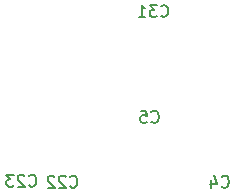
<source format=gbo>
%TF.GenerationSoftware,KiCad,Pcbnew,5.1.8*%
%TF.CreationDate,2020-12-29T13:57:53+01:00*%
%TF.ProjectId,CMM2-JLC,434d4d32-2d4a-44c4-932e-6b696361645f,E*%
%TF.SameCoordinates,Original*%
%TF.FileFunction,Legend,Bot*%
%TF.FilePolarity,Positive*%
%FSLAX46Y46*%
G04 Gerber Fmt 4.6, Leading zero omitted, Abs format (unit mm)*
G04 Created by KiCad (PCBNEW 5.1.8) date 2020-12-29 13:57:53*
%MOMM*%
%LPD*%
G01*
G04 APERTURE LIST*
%ADD10C,0.150000*%
G04 APERTURE END LIST*
%TO.C,C31*%
D10*
X89138857Y-77012742D02*
X89186476Y-77060361D01*
X89329333Y-77107980D01*
X89424571Y-77107980D01*
X89567428Y-77060361D01*
X89662666Y-76965123D01*
X89710285Y-76869885D01*
X89757904Y-76679409D01*
X89757904Y-76536552D01*
X89710285Y-76346076D01*
X89662666Y-76250838D01*
X89567428Y-76155600D01*
X89424571Y-76107980D01*
X89329333Y-76107980D01*
X89186476Y-76155600D01*
X89138857Y-76203219D01*
X88805523Y-76107980D02*
X88186476Y-76107980D01*
X88519809Y-76488933D01*
X88376952Y-76488933D01*
X88281714Y-76536552D01*
X88234095Y-76584171D01*
X88186476Y-76679409D01*
X88186476Y-76917504D01*
X88234095Y-77012742D01*
X88281714Y-77060361D01*
X88376952Y-77107980D01*
X88662666Y-77107980D01*
X88757904Y-77060361D01*
X88805523Y-77012742D01*
X87234095Y-77107980D02*
X87805523Y-77107980D01*
X87519809Y-77107980D02*
X87519809Y-76107980D01*
X87615047Y-76250838D01*
X87710285Y-76346076D01*
X87805523Y-76393695D01*
%TO.C,C23*%
X77960457Y-91379642D02*
X78008076Y-91427261D01*
X78150933Y-91474880D01*
X78246171Y-91474880D01*
X78389028Y-91427261D01*
X78484266Y-91332023D01*
X78531885Y-91236785D01*
X78579504Y-91046309D01*
X78579504Y-90903452D01*
X78531885Y-90712976D01*
X78484266Y-90617738D01*
X78389028Y-90522500D01*
X78246171Y-90474880D01*
X78150933Y-90474880D01*
X78008076Y-90522500D01*
X77960457Y-90570119D01*
X77579504Y-90570119D02*
X77531885Y-90522500D01*
X77436647Y-90474880D01*
X77198552Y-90474880D01*
X77103314Y-90522500D01*
X77055695Y-90570119D01*
X77008076Y-90665357D01*
X77008076Y-90760595D01*
X77055695Y-90903452D01*
X77627123Y-91474880D01*
X77008076Y-91474880D01*
X76674742Y-90474880D02*
X76055695Y-90474880D01*
X76389028Y-90855833D01*
X76246171Y-90855833D01*
X76150933Y-90903452D01*
X76103314Y-90951071D01*
X76055695Y-91046309D01*
X76055695Y-91284404D01*
X76103314Y-91379642D01*
X76150933Y-91427261D01*
X76246171Y-91474880D01*
X76531885Y-91474880D01*
X76627123Y-91427261D01*
X76674742Y-91379642D01*
%TO.C,C22*%
X81442857Y-91457142D02*
X81490476Y-91504761D01*
X81633333Y-91552380D01*
X81728571Y-91552380D01*
X81871428Y-91504761D01*
X81966666Y-91409523D01*
X82014285Y-91314285D01*
X82061904Y-91123809D01*
X82061904Y-90980952D01*
X82014285Y-90790476D01*
X81966666Y-90695238D01*
X81871428Y-90600000D01*
X81728571Y-90552380D01*
X81633333Y-90552380D01*
X81490476Y-90600000D01*
X81442857Y-90647619D01*
X81061904Y-90647619D02*
X81014285Y-90600000D01*
X80919047Y-90552380D01*
X80680952Y-90552380D01*
X80585714Y-90600000D01*
X80538095Y-90647619D01*
X80490476Y-90742857D01*
X80490476Y-90838095D01*
X80538095Y-90980952D01*
X81109523Y-91552380D01*
X80490476Y-91552380D01*
X80109523Y-90647619D02*
X80061904Y-90600000D01*
X79966666Y-90552380D01*
X79728571Y-90552380D01*
X79633333Y-90600000D01*
X79585714Y-90647619D01*
X79538095Y-90742857D01*
X79538095Y-90838095D01*
X79585714Y-90980952D01*
X80157142Y-91552380D01*
X79538095Y-91552380D01*
%TO.C,C5*%
X88332466Y-85966242D02*
X88380085Y-86013861D01*
X88522942Y-86061480D01*
X88618180Y-86061480D01*
X88761038Y-86013861D01*
X88856276Y-85918623D01*
X88903895Y-85823385D01*
X88951514Y-85632909D01*
X88951514Y-85490052D01*
X88903895Y-85299576D01*
X88856276Y-85204338D01*
X88761038Y-85109100D01*
X88618180Y-85061480D01*
X88522942Y-85061480D01*
X88380085Y-85109100D01*
X88332466Y-85156719D01*
X87427704Y-85061480D02*
X87903895Y-85061480D01*
X87951514Y-85537671D01*
X87903895Y-85490052D01*
X87808657Y-85442433D01*
X87570561Y-85442433D01*
X87475323Y-85490052D01*
X87427704Y-85537671D01*
X87380085Y-85632909D01*
X87380085Y-85871004D01*
X87427704Y-85966242D01*
X87475323Y-86013861D01*
X87570561Y-86061480D01*
X87808657Y-86061480D01*
X87903895Y-86013861D01*
X87951514Y-85966242D01*
%TO.C,C4*%
X94266666Y-91457142D02*
X94314285Y-91504761D01*
X94457142Y-91552380D01*
X94552380Y-91552380D01*
X94695238Y-91504761D01*
X94790476Y-91409523D01*
X94838095Y-91314285D01*
X94885714Y-91123809D01*
X94885714Y-90980952D01*
X94838095Y-90790476D01*
X94790476Y-90695238D01*
X94695238Y-90600000D01*
X94552380Y-90552380D01*
X94457142Y-90552380D01*
X94314285Y-90600000D01*
X94266666Y-90647619D01*
X93409523Y-90885714D02*
X93409523Y-91552380D01*
X93647619Y-90504761D02*
X93885714Y-91219047D01*
X93266666Y-91219047D01*
%TD*%
M02*

</source>
